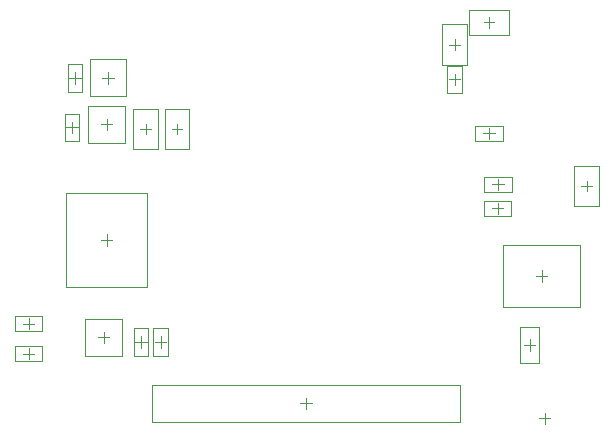
<source format=gbr>
%TF.GenerationSoftware,Altium Limited,Altium Designer,21.4.1 (30)*%
G04 Layer_Color=32768*
%FSLAX25Y25*%
%MOIN*%
%TF.SameCoordinates,82249629-20A9-4E05-8B69-989CC10A5609*%
%TF.FilePolarity,Positive*%
%TF.FileFunction,Other,Mechanical_15*%
%TF.Part,Single*%
G01*
G75*
%TA.AperFunction,NonConductor*%
%ADD65C,0.00394*%
%ADD67C,0.00197*%
D65*
X11500Y36130D02*
Y39870D01*
X9630Y38000D02*
X13370D01*
X11500Y26130D02*
Y29870D01*
X9630Y28000D02*
X13370D01*
X35531Y65886D02*
X39469D01*
X37500Y63917D02*
Y67854D01*
X151728Y131000D02*
X155272D01*
X153500Y129228D02*
Y132772D01*
X182500Y51917D02*
Y55854D01*
X180532Y53886D02*
X184469D01*
X167941Y74516D02*
Y78256D01*
X166071Y76386D02*
X169811D01*
X168000Y82516D02*
Y86256D01*
X166130Y84386D02*
X169870D01*
X176532Y30886D02*
X180469D01*
X178500Y28917D02*
Y32854D01*
X49000Y30016D02*
Y33756D01*
X47130Y31886D02*
X50870D01*
X55500Y30016D02*
Y33756D01*
X53630Y31886D02*
X57370D01*
X26000Y101516D02*
Y105256D01*
X24130Y103386D02*
X27870D01*
X151630Y119386D02*
X155370D01*
X153500Y117516D02*
Y121256D01*
X163130Y101386D02*
X166870D01*
X165000Y99516D02*
Y103256D01*
X27000Y118016D02*
Y121756D01*
X25130Y119886D02*
X28870D01*
X36500Y31417D02*
Y35354D01*
X34531Y33386D02*
X38469D01*
X35531Y104386D02*
X39469D01*
X37500Y102417D02*
Y106354D01*
X36031Y119886D02*
X39969D01*
X38000Y117917D02*
Y121854D01*
X195728Y83886D02*
X199272D01*
X197500Y82114D02*
Y85657D01*
X163228Y138386D02*
X166772D01*
X165000Y136614D02*
Y140157D01*
X59228Y102886D02*
X62772D01*
X61000Y101114D02*
Y104657D01*
X48728Y102886D02*
X52272D01*
X50500Y101114D02*
Y104657D01*
D67*
X6972Y35638D02*
X16028D01*
X6972Y40362D02*
X16028D01*
Y35638D02*
Y40362D01*
X6972Y35638D02*
Y40362D01*
Y30362D02*
X16028D01*
X6972Y25638D02*
X16028D01*
X6972D02*
Y30362D01*
X16028Y25638D02*
Y30362D01*
X51083Y50138D02*
Y81634D01*
X23917Y50138D02*
Y81634D01*
X51083D01*
X23917Y50138D02*
X51083D01*
X149366Y124307D02*
Y137693D01*
X157634Y124307D02*
Y137693D01*
X149366Y124307D02*
X157634D01*
X149366Y137693D02*
X157634D01*
X183500Y4417D02*
Y8354D01*
X181532Y6386D02*
X185469D01*
X52622Y5303D02*
X155378D01*
X52622D02*
Y17468D01*
X155378D01*
Y5303D02*
Y17468D01*
X104000Y9417D02*
Y13354D01*
X102032Y11386D02*
X105969D01*
X195492Y43650D02*
Y64122D01*
X169508Y43650D02*
Y64122D01*
Y43650D02*
X195492D01*
X169508Y64122D02*
X195492D01*
X163413Y74024D02*
X172469D01*
X163413Y78748D02*
X172469D01*
Y74024D02*
Y78748D01*
X163413Y74024D02*
Y78748D01*
X163472Y86748D02*
X172528D01*
X163472Y82024D02*
X172528D01*
X163472D02*
Y86748D01*
X172528Y82024D02*
Y86748D01*
X175449Y36909D02*
X181551D01*
Y24862D02*
Y36909D01*
X175449Y24862D02*
X181551D01*
X175449D02*
Y36909D01*
X46638Y27358D02*
X51362D01*
X46638Y36413D02*
X51362D01*
X46638Y27358D02*
Y36413D01*
X51362Y27358D02*
Y36413D01*
X53138D02*
X57862D01*
X53138Y27358D02*
X57862D01*
Y36413D01*
X53138Y27358D02*
Y36413D01*
X23638Y98858D02*
X28362D01*
X23638Y107913D02*
X28362D01*
X23638Y98858D02*
Y107913D01*
X28362Y98858D02*
Y107913D01*
X151138Y114858D02*
Y123913D01*
X155862Y114858D02*
Y123913D01*
X151138Y114858D02*
X155862D01*
X151138Y123913D02*
X155862D01*
X169528Y99024D02*
Y103748D01*
X160472Y99024D02*
Y103748D01*
Y99024D02*
X169528D01*
X160472Y103748D02*
X169528D01*
X24638Y124413D02*
X29362D01*
X24638Y115358D02*
X29362D01*
Y124413D01*
X24638Y115358D02*
Y124413D01*
X30358Y27283D02*
X42642D01*
X30358Y39488D02*
X42642D01*
X30358Y27283D02*
Y39488D01*
X42642Y27283D02*
Y39488D01*
X31398Y98244D02*
Y110528D01*
X43602Y98244D02*
Y110528D01*
X31398D02*
X43602D01*
X31398Y98244D02*
X43602D01*
X31898Y113744D02*
Y126028D01*
X44102Y113744D02*
Y126028D01*
X31898D02*
X44102D01*
X31898Y113744D02*
X44102D01*
X201634Y77193D02*
Y90579D01*
X193366Y77193D02*
Y90579D01*
X201634D01*
X193366Y77193D02*
X201634D01*
X171693Y134252D02*
Y142520D01*
X158307Y134252D02*
Y142520D01*
Y134252D02*
X171693D01*
X158307Y142520D02*
X171693D01*
X56866Y96193D02*
Y109579D01*
X65134Y96193D02*
Y109579D01*
X56866Y96193D02*
X65134D01*
X56866Y109579D02*
X65134D01*
X46366Y96193D02*
Y109579D01*
X54634Y96193D02*
Y109579D01*
X46366Y96193D02*
X54634D01*
X46366Y109579D02*
X54634D01*
%TF.MD5,ea2f872347f446dd7327cd6a1ad3e081*%
M02*

</source>
